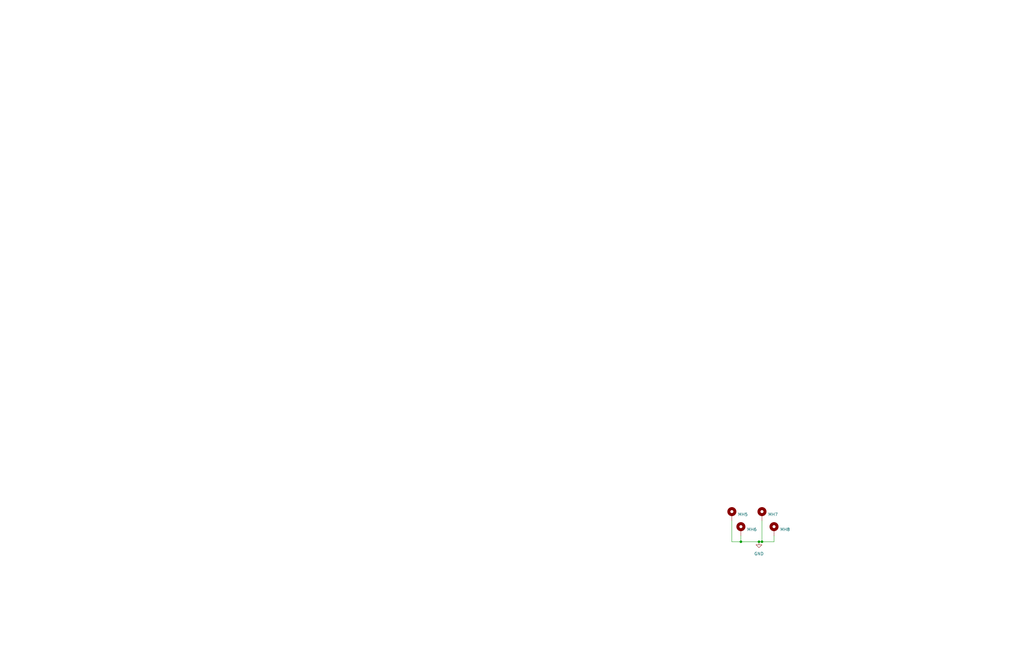
<source format=kicad_sch>
(kicad_sch (version 20250114) (generator "eeschema") (generator_version "9.0")
  (paper "USLedger")
  (title_block (title "HEDGE2 Avionics") (date "2025-06-27") (rev "V0.8") (company "University of Virginia") (comment 1 "Department of Mechanical and Aerospace Engineering"))
  (lib_symbols
    (symbol "Mechanical:MountingHole_Pad" (pin_numbers (hide yes)) (pin_names (offset 1.016) (hide yes)) (exclude_from_sim yes) (in_bom no)
      (property "Reference" "H" (at 0 6.35 0))
      (property "Value" "MountingHole_Pad" (at 0 4.445 0))
      (symbol "MountingHole_Pad_0_1"
        (circle (center 0 1.27) (radius 1.27) (stroke (width 1.27)))
      )
      (symbol "MountingHole_Pad_1_1"
        (pin input line (at 0 -2.54 90) (length 2.54) (name "1") (number "1"))
      )
    )
    (symbol "power:GND" (power) (pin_numbers (hide yes)) (pin_names (offset 0) (hide yes))
      (property "Value" "GND" (at 0 -3.81 0))
      (symbol "GND_0_1"
        (polyline (pts (xy 0 0) (xy 0 -1.27) (xy 1.27 -1.27) (xy 0 -2.54) (xy -1.27 -1.27) (xy 0 -1.27)))
      )
      (symbol "GND_1_1"
        (pin power_in line (at 0 0 270) (length 0) (name "~") (number "1"))
      )
    )
  )
  (junction (at 312.42 228.6))
  (junction (at 320.04 228.6))
  (junction (at 321.31 228.6))
  (wire (pts (xy 308.61 228.6) (xy 312.42 228.6)))
  (wire (pts (xy 326.39 228.6) (xy 321.31 228.6)))
  (wire (pts (xy 321.31 228.6) (xy 320.04 228.6)))
  (wire (pts (xy 312.42 228.6) (xy 320.04 228.6)))
  (wire (pts (xy 326.39 226.06) (xy 326.39 228.6)))
  (wire (pts (xy 308.61 219.71) (xy 308.61 228.6)))
  (wire (pts (xy 312.42 226.06) (xy 312.42 228.6)))
  (wire (pts (xy 321.31 219.71) (xy 321.31 228.6)))
  (symbol (lib_id "Mechanical:MountingHole_Pad") (at 312.42 223.52 0) (unit 1)
    (property "Reference" "MH6" (at 314.96 223.4438 0) (effects (justify left)))
    (property "Value" "MountingHole_Pad" (effects (hide yes)))
    (property "Footprint" "MountingHole:MountingHole_3.2mm_M3_Pad_Via" (effects (hide yes)))
  )
  (symbol (lib_id "Mechanical:MountingHole_Pad") (at 308.61 217.17 0) (unit 1)
    (property "Reference" "MH5" (at 311.15 217.0938 0) (effects (justify left)))
    (property "Value" "MountingHole_Pad" (effects (hide yes)))
    (property "Footprint" "MountingHole:MountingHole_3.2mm_M3_Pad_Via" (effects (hide yes)))
  )
  (symbol (lib_id "Mechanical:MountingHole_Pad") (at 326.39 223.52 0) (unit 1)
    (property "Reference" "MH8" (at 328.93 223.4438 0) (effects (justify left)))
    (property "Value" "MountingHole_Pad" (effects (hide yes)))
    (property "Footprint" "MountingHole:MountingHole_3.2mm_M3_Pad_Via" (effects (hide yes)))
  )
  (symbol (lib_id "power:GND") (at 320.04 228.6 0) (unit 1)
    (property "Reference" "#PWR040" (effects (hide yes)))
    (property "Value" "GND" (at 320.04 233.68 0))
    (property "Description" "Power symbol creates a global label with name \"GND\" , ground" (effects (hide yes)))
  )
  (symbol (lib_id "Mechanical:MountingHole_Pad") (at 321.31 217.17 0) (unit 1)
    (property "Reference" "MH7" (at 323.85 217.0938 0) (effects (justify left)))
    (property "Value" "MountingHole_Pad" (effects (hide yes)))
    (property "Footprint" "MountingHole:MountingHole_3.2mm_M3_Pad_Via" (effects (hide yes)))
  )
)
</source>
